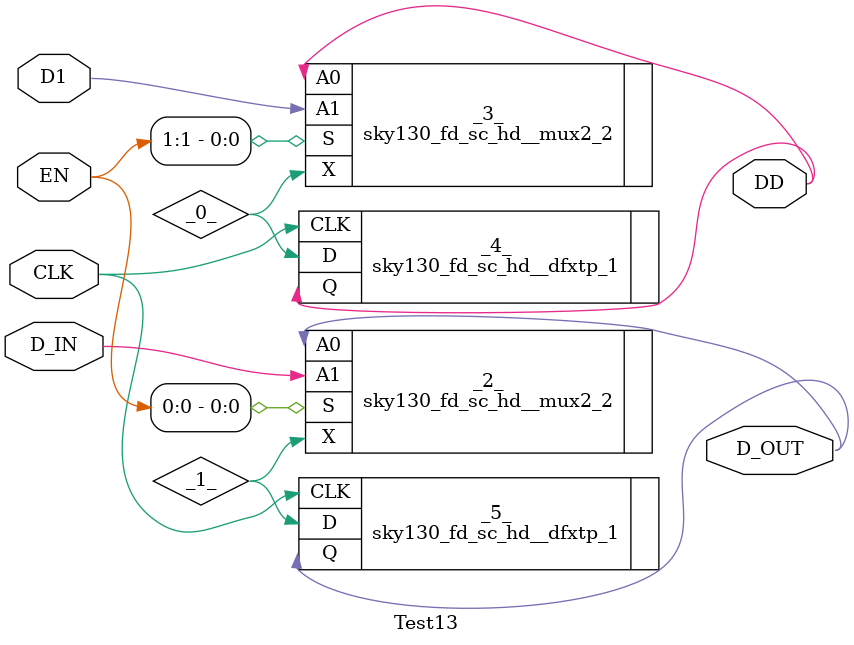
<source format=v>
/* Generated by Yosys 0.7 (git sha1 61f6811, gcc 6.2.0-11ubuntu1 -O2 -fdebug-prefix-map=/build/yosys-OIL3SR/yosys-0.7=. -fstack-protector-strong -fPIC -Os) */

module Test13(CLK, EN, D_IN, D1, D_OUT, DD);
  wire _0_;
  wire _1_;
  input CLK;
  input D1;
  output DD;
  input D_IN;
  output D_OUT;
  input [1:0] EN;
  sky130_fd_sc_hd__mux2_2 _2_ (
    .A0(D_OUT),
    .A1(D_IN),
    .S(EN[0]),
    .X(_1_)
  );
  sky130_fd_sc_hd__mux2_2 _3_ (
    .A0(DD),
    .A1(D1),
    .S(EN[1]),
    .X(_0_)
  );
  sky130_fd_sc_hd__dfxtp_1 _4_ (
    .CLK(CLK),
    .D(_0_),
    .Q(DD)
  );
  sky130_fd_sc_hd__dfxtp_1 _5_ (
    .CLK(CLK),
    .D(_1_),
    .Q(D_OUT)
  );
endmodule

</source>
